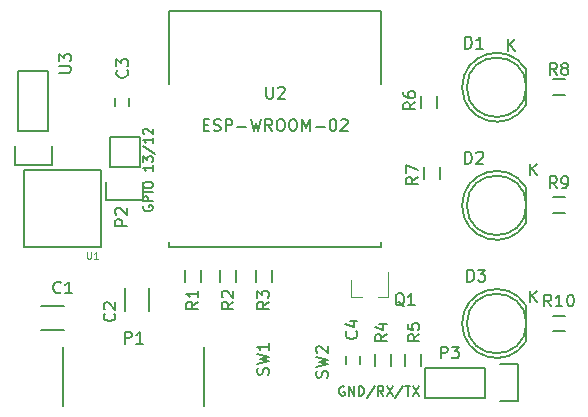
<source format=gto>
G04 #@! TF.FileFunction,Legend,Top*
%FSLAX46Y46*%
G04 Gerber Fmt 4.6, Leading zero omitted, Abs format (unit mm)*
G04 Created by KiCad (PCBNEW 4.0.1-stable) date 2017/01/05 22:21:53*
%MOMM*%
G01*
G04 APERTURE LIST*
%ADD10C,0.100000*%
%ADD11C,0.200000*%
%ADD12C,0.150000*%
%ADD13C,0.152400*%
%ADD14C,0.120000*%
%ADD15C,0.124460*%
G04 APERTURE END LIST*
D10*
D11*
X148928572Y-79178571D02*
X149261906Y-79178571D01*
X149404763Y-79702381D02*
X148928572Y-79702381D01*
X148928572Y-78702381D01*
X149404763Y-78702381D01*
X149785715Y-79654762D02*
X149928572Y-79702381D01*
X150166668Y-79702381D01*
X150261906Y-79654762D01*
X150309525Y-79607143D01*
X150357144Y-79511905D01*
X150357144Y-79416667D01*
X150309525Y-79321429D01*
X150261906Y-79273810D01*
X150166668Y-79226190D01*
X149976191Y-79178571D01*
X149880953Y-79130952D01*
X149833334Y-79083333D01*
X149785715Y-78988095D01*
X149785715Y-78892857D01*
X149833334Y-78797619D01*
X149880953Y-78750000D01*
X149976191Y-78702381D01*
X150214287Y-78702381D01*
X150357144Y-78750000D01*
X150785715Y-79702381D02*
X150785715Y-78702381D01*
X151166668Y-78702381D01*
X151261906Y-78750000D01*
X151309525Y-78797619D01*
X151357144Y-78892857D01*
X151357144Y-79035714D01*
X151309525Y-79130952D01*
X151261906Y-79178571D01*
X151166668Y-79226190D01*
X150785715Y-79226190D01*
X151785715Y-79321429D02*
X152547620Y-79321429D01*
X152928572Y-78702381D02*
X153166667Y-79702381D01*
X153357144Y-78988095D01*
X153547620Y-79702381D01*
X153785715Y-78702381D01*
X154738096Y-79702381D02*
X154404762Y-79226190D01*
X154166667Y-79702381D02*
X154166667Y-78702381D01*
X154547620Y-78702381D01*
X154642858Y-78750000D01*
X154690477Y-78797619D01*
X154738096Y-78892857D01*
X154738096Y-79035714D01*
X154690477Y-79130952D01*
X154642858Y-79178571D01*
X154547620Y-79226190D01*
X154166667Y-79226190D01*
X155357143Y-78702381D02*
X155547620Y-78702381D01*
X155642858Y-78750000D01*
X155738096Y-78845238D01*
X155785715Y-79035714D01*
X155785715Y-79369048D01*
X155738096Y-79559524D01*
X155642858Y-79654762D01*
X155547620Y-79702381D01*
X155357143Y-79702381D01*
X155261905Y-79654762D01*
X155166667Y-79559524D01*
X155119048Y-79369048D01*
X155119048Y-79035714D01*
X155166667Y-78845238D01*
X155261905Y-78750000D01*
X155357143Y-78702381D01*
X156404762Y-78702381D02*
X156595239Y-78702381D01*
X156690477Y-78750000D01*
X156785715Y-78845238D01*
X156833334Y-79035714D01*
X156833334Y-79369048D01*
X156785715Y-79559524D01*
X156690477Y-79654762D01*
X156595239Y-79702381D01*
X156404762Y-79702381D01*
X156309524Y-79654762D01*
X156214286Y-79559524D01*
X156166667Y-79369048D01*
X156166667Y-79035714D01*
X156214286Y-78845238D01*
X156309524Y-78750000D01*
X156404762Y-78702381D01*
X157261905Y-79702381D02*
X157261905Y-78702381D01*
X157595239Y-79416667D01*
X157928572Y-78702381D01*
X157928572Y-79702381D01*
X158404762Y-79321429D02*
X159166667Y-79321429D01*
X159833333Y-78702381D02*
X159928572Y-78702381D01*
X160023810Y-78750000D01*
X160071429Y-78797619D01*
X160119048Y-78892857D01*
X160166667Y-79083333D01*
X160166667Y-79321429D01*
X160119048Y-79511905D01*
X160071429Y-79607143D01*
X160023810Y-79654762D01*
X159928572Y-79702381D01*
X159833333Y-79702381D01*
X159738095Y-79654762D01*
X159690476Y-79607143D01*
X159642857Y-79511905D01*
X159595238Y-79321429D01*
X159595238Y-79083333D01*
X159642857Y-78892857D01*
X159690476Y-78797619D01*
X159738095Y-78750000D01*
X159833333Y-78702381D01*
X160547619Y-78797619D02*
X160595238Y-78750000D01*
X160690476Y-78702381D01*
X160928572Y-78702381D01*
X161023810Y-78750000D01*
X161071429Y-78797619D01*
X161119048Y-78892857D01*
X161119048Y-78988095D01*
X161071429Y-79130952D01*
X160500000Y-79702381D01*
X161119048Y-79702381D01*
D12*
X160835715Y-101350000D02*
X160759524Y-101311905D01*
X160645239Y-101311905D01*
X160530953Y-101350000D01*
X160454762Y-101426190D01*
X160416667Y-101502381D01*
X160378572Y-101654762D01*
X160378572Y-101769048D01*
X160416667Y-101921429D01*
X160454762Y-101997619D01*
X160530953Y-102073810D01*
X160645239Y-102111905D01*
X160721429Y-102111905D01*
X160835715Y-102073810D01*
X160873810Y-102035714D01*
X160873810Y-101769048D01*
X160721429Y-101769048D01*
X161216667Y-102111905D02*
X161216667Y-101311905D01*
X161673810Y-102111905D01*
X161673810Y-101311905D01*
X162054762Y-102111905D02*
X162054762Y-101311905D01*
X162245238Y-101311905D01*
X162359524Y-101350000D01*
X162435715Y-101426190D01*
X162473810Y-101502381D01*
X162511905Y-101654762D01*
X162511905Y-101769048D01*
X162473810Y-101921429D01*
X162435715Y-101997619D01*
X162359524Y-102073810D01*
X162245238Y-102111905D01*
X162054762Y-102111905D01*
X163426191Y-101273810D02*
X162740476Y-102302381D01*
X164150000Y-102111905D02*
X163883333Y-101730952D01*
X163692857Y-102111905D02*
X163692857Y-101311905D01*
X163997619Y-101311905D01*
X164073810Y-101350000D01*
X164111905Y-101388095D01*
X164150000Y-101464286D01*
X164150000Y-101578571D01*
X164111905Y-101654762D01*
X164073810Y-101692857D01*
X163997619Y-101730952D01*
X163692857Y-101730952D01*
X164416667Y-101311905D02*
X164950000Y-102111905D01*
X164950000Y-101311905D02*
X164416667Y-102111905D01*
X165826191Y-101273810D02*
X165140476Y-102302381D01*
X165978571Y-101311905D02*
X166435714Y-101311905D01*
X166207143Y-102111905D02*
X166207143Y-101311905D01*
X166626191Y-101311905D02*
X167159524Y-102111905D01*
X167159524Y-101311905D02*
X166626191Y-102111905D01*
D11*
X143850000Y-86047619D02*
X143811905Y-86123810D01*
X143811905Y-86238095D01*
X143850000Y-86352381D01*
X143926190Y-86428572D01*
X144002381Y-86466667D01*
X144154762Y-86504762D01*
X144269048Y-86504762D01*
X144421429Y-86466667D01*
X144497619Y-86428572D01*
X144573810Y-86352381D01*
X144611905Y-86238095D01*
X144611905Y-86161905D01*
X144573810Y-86047619D01*
X144535714Y-86009524D01*
X144269048Y-86009524D01*
X144269048Y-86161905D01*
X144611905Y-85666667D02*
X143811905Y-85666667D01*
X143811905Y-85361905D01*
X143850000Y-85285714D01*
X143888095Y-85247619D01*
X143964286Y-85209524D01*
X144078571Y-85209524D01*
X144154762Y-85247619D01*
X144192857Y-85285714D01*
X144230952Y-85361905D01*
X144230952Y-85666667D01*
X144611905Y-84866667D02*
X143811905Y-84866667D01*
X143811905Y-84333334D02*
X143811905Y-84180953D01*
X143850000Y-84104762D01*
X143926190Y-84028572D01*
X144078571Y-83990477D01*
X144345238Y-83990477D01*
X144497619Y-84028572D01*
X144573810Y-84104762D01*
X144611905Y-84180953D01*
X144611905Y-84333334D01*
X144573810Y-84409524D01*
X144497619Y-84485715D01*
X144345238Y-84523810D01*
X144078571Y-84523810D01*
X143926190Y-84485715D01*
X143850000Y-84409524D01*
X143811905Y-84333334D01*
X144611905Y-82619048D02*
X144611905Y-83076191D01*
X144611905Y-82847620D02*
X143811905Y-82847620D01*
X143926190Y-82923810D01*
X144002381Y-83000001D01*
X144040476Y-83076191D01*
X143811905Y-82352381D02*
X143811905Y-81857143D01*
X144116667Y-82123810D01*
X144116667Y-82009524D01*
X144154762Y-81933334D01*
X144192857Y-81895238D01*
X144269048Y-81857143D01*
X144459524Y-81857143D01*
X144535714Y-81895238D01*
X144573810Y-81933334D01*
X144611905Y-82009524D01*
X144611905Y-82238096D01*
X144573810Y-82314286D01*
X144535714Y-82352381D01*
X143773810Y-80942857D02*
X144802381Y-81628572D01*
X144611905Y-80257143D02*
X144611905Y-80714286D01*
X144611905Y-80485715D02*
X143811905Y-80485715D01*
X143926190Y-80561905D01*
X144002381Y-80638096D01*
X144040476Y-80714286D01*
X143888095Y-79952381D02*
X143850000Y-79914286D01*
X143811905Y-79838095D01*
X143811905Y-79647619D01*
X143850000Y-79571429D01*
X143888095Y-79533333D01*
X143964286Y-79495238D01*
X144040476Y-79495238D01*
X144154762Y-79533333D01*
X144611905Y-79990476D01*
X144611905Y-79495238D01*
D13*
X146000000Y-69515000D02*
X146000000Y-75700000D01*
X163983200Y-89100000D02*
X163983200Y-89479400D01*
X146000000Y-89100000D02*
X146000000Y-89479400D01*
X163983200Y-69515000D02*
X163983200Y-75700000D01*
X146000000Y-89517500D02*
X163983200Y-89517500D01*
X163970500Y-69515000D02*
X146000000Y-69515000D01*
D12*
X176214888Y-94475096D02*
G75*
G03X176230000Y-97500000I-2484888J-1524904D01*
G01*
X176230000Y-94500000D02*
X176230000Y-97500000D01*
X176247936Y-96000000D02*
G75*
G03X176247936Y-96000000I-2517936J0D01*
G01*
X176214888Y-74475096D02*
G75*
G03X176230000Y-77500000I-2484888J-1524904D01*
G01*
X176230000Y-74500000D02*
X176230000Y-77500000D01*
X176247936Y-76000000D02*
G75*
G03X176247936Y-76000000I-2517936J0D01*
G01*
X137144000Y-94479000D02*
X135144000Y-94479000D01*
X135144000Y-96529000D02*
X137144000Y-96529000D01*
X144281000Y-94980000D02*
X144281000Y-92980000D01*
X142231000Y-92980000D02*
X142231000Y-94980000D01*
X142600000Y-76900000D02*
X142600000Y-77600000D01*
X141400000Y-77600000D02*
X141400000Y-76900000D01*
X162144000Y-98726000D02*
X162144000Y-99426000D01*
X160944000Y-99426000D02*
X160944000Y-98726000D01*
X176214888Y-84475096D02*
G75*
G03X176230000Y-87500000I-2484888J-1524904D01*
G01*
X176230000Y-84500000D02*
X176230000Y-87500000D01*
X176247936Y-86000000D02*
G75*
G03X176247936Y-86000000I-2517936J0D01*
G01*
D14*
X161420000Y-93760000D02*
X162350000Y-93760000D01*
X164580000Y-93760000D02*
X163650000Y-93760000D01*
X164580000Y-93760000D02*
X164580000Y-91600000D01*
X161420000Y-93760000D02*
X161420000Y-92300000D01*
D12*
X148675000Y-91500000D02*
X148675000Y-92500000D01*
X147325000Y-92500000D02*
X147325000Y-91500000D01*
X151675000Y-91500000D02*
X151675000Y-92500000D01*
X150325000Y-92500000D02*
X150325000Y-91500000D01*
X153325000Y-92500000D02*
X153325000Y-91500000D01*
X154675000Y-91500000D02*
X154675000Y-92500000D01*
X164759000Y-98576000D02*
X164759000Y-99576000D01*
X163409000Y-99576000D02*
X163409000Y-98576000D01*
X165949000Y-99576000D02*
X165949000Y-98576000D01*
X167299000Y-98576000D02*
X167299000Y-99576000D01*
X167325000Y-77750000D02*
X167325000Y-76750000D01*
X168675000Y-76750000D02*
X168675000Y-77750000D01*
X167575000Y-83750000D02*
X167575000Y-82750000D01*
X168925000Y-82750000D02*
X168925000Y-83750000D01*
X179500000Y-76675000D02*
X178500000Y-76675000D01*
X178500000Y-75325000D02*
X179500000Y-75325000D01*
X179500000Y-86675000D02*
X178500000Y-86675000D01*
X178500000Y-85325000D02*
X179500000Y-85325000D01*
X179500000Y-96675000D02*
X178500000Y-96675000D01*
X178500000Y-95325000D02*
X179500000Y-95325000D01*
X137000000Y-98000000D02*
X137000000Y-103000000D01*
X149000000Y-98000000D02*
X149000000Y-103000000D01*
X140250000Y-83000000D02*
X133750000Y-83000000D01*
X133750000Y-83000000D02*
X133750000Y-89500000D01*
X133750000Y-89500000D02*
X140250000Y-89500000D01*
X140250000Y-89500000D02*
X140250000Y-83000000D01*
X174000000Y-102550000D02*
X175550000Y-102550000D01*
X175550000Y-102550000D02*
X175550000Y-99450000D01*
X175550000Y-99450000D02*
X174000000Y-99450000D01*
X172730000Y-102270000D02*
X167650000Y-102270000D01*
X167650000Y-102270000D02*
X167650000Y-99730000D01*
X167650000Y-99730000D02*
X172730000Y-99730000D01*
X172730000Y-99730000D02*
X172730000Y-102270000D01*
X143800000Y-85550000D02*
X143800000Y-84000000D01*
X143520000Y-80190000D02*
X143520000Y-82730000D01*
X143520000Y-82730000D02*
X140980000Y-82730000D01*
X140700000Y-84000000D02*
X140700000Y-85550000D01*
X140700000Y-85550000D02*
X143800000Y-85550000D01*
X140980000Y-82730000D02*
X140980000Y-80190000D01*
X140980000Y-80190000D02*
X143520000Y-80190000D01*
X132950000Y-81000000D02*
X132950000Y-82550000D01*
X132950000Y-82550000D02*
X136050000Y-82550000D01*
X136050000Y-82550000D02*
X136050000Y-81000000D01*
X133230000Y-79730000D02*
X133230000Y-74650000D01*
X133230000Y-74650000D02*
X135770000Y-74650000D01*
X135770000Y-74650000D02*
X135770000Y-79730000D01*
X135770000Y-79730000D02*
X133230000Y-79730000D01*
X154404762Y-100333333D02*
X154452381Y-100190476D01*
X154452381Y-99952380D01*
X154404762Y-99857142D01*
X154357143Y-99809523D01*
X154261905Y-99761904D01*
X154166667Y-99761904D01*
X154071429Y-99809523D01*
X154023810Y-99857142D01*
X153976190Y-99952380D01*
X153928571Y-100142857D01*
X153880952Y-100238095D01*
X153833333Y-100285714D01*
X153738095Y-100333333D01*
X153642857Y-100333333D01*
X153547619Y-100285714D01*
X153500000Y-100238095D01*
X153452381Y-100142857D01*
X153452381Y-99904761D01*
X153500000Y-99761904D01*
X153452381Y-99428571D02*
X154452381Y-99190476D01*
X153738095Y-98999999D01*
X154452381Y-98809523D01*
X153452381Y-98571428D01*
X154452381Y-97666666D02*
X154452381Y-98238095D01*
X154452381Y-97952381D02*
X153452381Y-97952381D01*
X153595238Y-98047619D01*
X153690476Y-98142857D01*
X153738095Y-98238095D01*
X154238095Y-75952381D02*
X154238095Y-76761905D01*
X154285714Y-76857143D01*
X154333333Y-76904762D01*
X154428571Y-76952381D01*
X154619048Y-76952381D01*
X154714286Y-76904762D01*
X154761905Y-76857143D01*
X154809524Y-76761905D01*
X154809524Y-75952381D01*
X155238095Y-76047619D02*
X155285714Y-76000000D01*
X155380952Y-75952381D01*
X155619048Y-75952381D01*
X155714286Y-76000000D01*
X155761905Y-76047619D01*
X155809524Y-76142857D01*
X155809524Y-76238095D01*
X155761905Y-76380952D01*
X155190476Y-76952381D01*
X155809524Y-76952381D01*
X171261905Y-92452381D02*
X171261905Y-91452381D01*
X171500000Y-91452381D01*
X171642858Y-91500000D01*
X171738096Y-91595238D01*
X171785715Y-91690476D01*
X171833334Y-91880952D01*
X171833334Y-92023810D01*
X171785715Y-92214286D01*
X171738096Y-92309524D01*
X171642858Y-92404762D01*
X171500000Y-92452381D01*
X171261905Y-92452381D01*
X172166667Y-91452381D02*
X172785715Y-91452381D01*
X172452381Y-91833333D01*
X172595239Y-91833333D01*
X172690477Y-91880952D01*
X172738096Y-91928571D01*
X172785715Y-92023810D01*
X172785715Y-92261905D01*
X172738096Y-92357143D01*
X172690477Y-92404762D01*
X172595239Y-92452381D01*
X172309524Y-92452381D01*
X172214286Y-92404762D01*
X172166667Y-92357143D01*
X176546095Y-94210381D02*
X176546095Y-93210381D01*
X177117524Y-94210381D02*
X176688952Y-93638952D01*
X177117524Y-93210381D02*
X176546095Y-93781810D01*
X159404762Y-100583333D02*
X159452381Y-100440476D01*
X159452381Y-100202380D01*
X159404762Y-100107142D01*
X159357143Y-100059523D01*
X159261905Y-100011904D01*
X159166667Y-100011904D01*
X159071429Y-100059523D01*
X159023810Y-100107142D01*
X158976190Y-100202380D01*
X158928571Y-100392857D01*
X158880952Y-100488095D01*
X158833333Y-100535714D01*
X158738095Y-100583333D01*
X158642857Y-100583333D01*
X158547619Y-100535714D01*
X158500000Y-100488095D01*
X158452381Y-100392857D01*
X158452381Y-100154761D01*
X158500000Y-100011904D01*
X158452381Y-99678571D02*
X159452381Y-99440476D01*
X158738095Y-99249999D01*
X159452381Y-99059523D01*
X158452381Y-98821428D01*
X158547619Y-98488095D02*
X158500000Y-98440476D01*
X158452381Y-98345238D01*
X158452381Y-98107142D01*
X158500000Y-98011904D01*
X158547619Y-97964285D01*
X158642857Y-97916666D01*
X158738095Y-97916666D01*
X158880952Y-97964285D01*
X159452381Y-98535714D01*
X159452381Y-97916666D01*
X171069905Y-72720381D02*
X171069905Y-71720381D01*
X171308000Y-71720381D01*
X171450858Y-71768000D01*
X171546096Y-71863238D01*
X171593715Y-71958476D01*
X171641334Y-72148952D01*
X171641334Y-72291810D01*
X171593715Y-72482286D01*
X171546096Y-72577524D01*
X171450858Y-72672762D01*
X171308000Y-72720381D01*
X171069905Y-72720381D01*
X172593715Y-72720381D02*
X172022286Y-72720381D01*
X172308000Y-72720381D02*
X172308000Y-71720381D01*
X172212762Y-71863238D01*
X172117524Y-71958476D01*
X172022286Y-72006095D01*
X174738095Y-72952381D02*
X174738095Y-71952381D01*
X175309524Y-72952381D02*
X174880952Y-72380952D01*
X175309524Y-71952381D02*
X174738095Y-72523810D01*
X136833334Y-93357143D02*
X136785715Y-93404762D01*
X136642858Y-93452381D01*
X136547620Y-93452381D01*
X136404762Y-93404762D01*
X136309524Y-93309524D01*
X136261905Y-93214286D01*
X136214286Y-93023810D01*
X136214286Y-92880952D01*
X136261905Y-92690476D01*
X136309524Y-92595238D01*
X136404762Y-92500000D01*
X136547620Y-92452381D01*
X136642858Y-92452381D01*
X136785715Y-92500000D01*
X136833334Y-92547619D01*
X137785715Y-93452381D02*
X137214286Y-93452381D01*
X137500000Y-93452381D02*
X137500000Y-92452381D01*
X137404762Y-92595238D01*
X137309524Y-92690476D01*
X137214286Y-92738095D01*
X141357143Y-95166666D02*
X141404762Y-95214285D01*
X141452381Y-95357142D01*
X141452381Y-95452380D01*
X141404762Y-95595238D01*
X141309524Y-95690476D01*
X141214286Y-95738095D01*
X141023810Y-95785714D01*
X140880952Y-95785714D01*
X140690476Y-95738095D01*
X140595238Y-95690476D01*
X140500000Y-95595238D01*
X140452381Y-95452380D01*
X140452381Y-95357142D01*
X140500000Y-95214285D01*
X140547619Y-95166666D01*
X140547619Y-94785714D02*
X140500000Y-94738095D01*
X140452381Y-94642857D01*
X140452381Y-94404761D01*
X140500000Y-94309523D01*
X140547619Y-94261904D01*
X140642857Y-94214285D01*
X140738095Y-94214285D01*
X140880952Y-94261904D01*
X141452381Y-94833333D01*
X141452381Y-94214285D01*
X142444743Y-74559266D02*
X142492362Y-74606885D01*
X142539981Y-74749742D01*
X142539981Y-74844980D01*
X142492362Y-74987838D01*
X142397124Y-75083076D01*
X142301886Y-75130695D01*
X142111410Y-75178314D01*
X141968552Y-75178314D01*
X141778076Y-75130695D01*
X141682838Y-75083076D01*
X141587600Y-74987838D01*
X141539981Y-74844980D01*
X141539981Y-74749742D01*
X141587600Y-74606885D01*
X141635219Y-74559266D01*
X141539981Y-74225933D02*
X141539981Y-73606885D01*
X141920933Y-73940219D01*
X141920933Y-73797361D01*
X141968552Y-73702123D01*
X142016171Y-73654504D01*
X142111410Y-73606885D01*
X142349505Y-73606885D01*
X142444743Y-73654504D01*
X142492362Y-73702123D01*
X142539981Y-73797361D01*
X142539981Y-74083076D01*
X142492362Y-74178314D01*
X142444743Y-74225933D01*
X161857143Y-96666666D02*
X161904762Y-96714285D01*
X161952381Y-96857142D01*
X161952381Y-96952380D01*
X161904762Y-97095238D01*
X161809524Y-97190476D01*
X161714286Y-97238095D01*
X161523810Y-97285714D01*
X161380952Y-97285714D01*
X161190476Y-97238095D01*
X161095238Y-97190476D01*
X161000000Y-97095238D01*
X160952381Y-96952380D01*
X160952381Y-96857142D01*
X161000000Y-96714285D01*
X161047619Y-96666666D01*
X161285714Y-95809523D02*
X161952381Y-95809523D01*
X160904762Y-96047619D02*
X161619048Y-96285714D01*
X161619048Y-95666666D01*
X171069905Y-82464381D02*
X171069905Y-81464381D01*
X171308000Y-81464381D01*
X171450858Y-81512000D01*
X171546096Y-81607238D01*
X171593715Y-81702476D01*
X171641334Y-81892952D01*
X171641334Y-82035810D01*
X171593715Y-82226286D01*
X171546096Y-82321524D01*
X171450858Y-82416762D01*
X171308000Y-82464381D01*
X171069905Y-82464381D01*
X172022286Y-81559619D02*
X172069905Y-81512000D01*
X172165143Y-81464381D01*
X172403239Y-81464381D01*
X172498477Y-81512000D01*
X172546096Y-81559619D01*
X172593715Y-81654857D01*
X172593715Y-81750095D01*
X172546096Y-81892952D01*
X171974667Y-82464381D01*
X172593715Y-82464381D01*
X176546095Y-83464381D02*
X176546095Y-82464381D01*
X177117524Y-83464381D02*
X176688952Y-82892952D01*
X177117524Y-82464381D02*
X176546095Y-83035810D01*
X165904762Y-94547619D02*
X165809524Y-94500000D01*
X165714286Y-94404762D01*
X165571429Y-94261905D01*
X165476190Y-94214286D01*
X165380952Y-94214286D01*
X165428571Y-94452381D02*
X165333333Y-94404762D01*
X165238095Y-94309524D01*
X165190476Y-94119048D01*
X165190476Y-93785714D01*
X165238095Y-93595238D01*
X165333333Y-93500000D01*
X165428571Y-93452381D01*
X165619048Y-93452381D01*
X165714286Y-93500000D01*
X165809524Y-93595238D01*
X165857143Y-93785714D01*
X165857143Y-94119048D01*
X165809524Y-94309524D01*
X165714286Y-94404762D01*
X165619048Y-94452381D01*
X165428571Y-94452381D01*
X166809524Y-94452381D02*
X166238095Y-94452381D01*
X166523809Y-94452381D02*
X166523809Y-93452381D01*
X166428571Y-93595238D01*
X166333333Y-93690476D01*
X166238095Y-93738095D01*
X148452381Y-94166666D02*
X147976190Y-94500000D01*
X148452381Y-94738095D02*
X147452381Y-94738095D01*
X147452381Y-94357142D01*
X147500000Y-94261904D01*
X147547619Y-94214285D01*
X147642857Y-94166666D01*
X147785714Y-94166666D01*
X147880952Y-94214285D01*
X147928571Y-94261904D01*
X147976190Y-94357142D01*
X147976190Y-94738095D01*
X148452381Y-93214285D02*
X148452381Y-93785714D01*
X148452381Y-93500000D02*
X147452381Y-93500000D01*
X147595238Y-93595238D01*
X147690476Y-93690476D01*
X147738095Y-93785714D01*
X151452381Y-94166666D02*
X150976190Y-94500000D01*
X151452381Y-94738095D02*
X150452381Y-94738095D01*
X150452381Y-94357142D01*
X150500000Y-94261904D01*
X150547619Y-94214285D01*
X150642857Y-94166666D01*
X150785714Y-94166666D01*
X150880952Y-94214285D01*
X150928571Y-94261904D01*
X150976190Y-94357142D01*
X150976190Y-94738095D01*
X150547619Y-93785714D02*
X150500000Y-93738095D01*
X150452381Y-93642857D01*
X150452381Y-93404761D01*
X150500000Y-93309523D01*
X150547619Y-93261904D01*
X150642857Y-93214285D01*
X150738095Y-93214285D01*
X150880952Y-93261904D01*
X151452381Y-93833333D01*
X151452381Y-93214285D01*
X154452381Y-94166666D02*
X153976190Y-94500000D01*
X154452381Y-94738095D02*
X153452381Y-94738095D01*
X153452381Y-94357142D01*
X153500000Y-94261904D01*
X153547619Y-94214285D01*
X153642857Y-94166666D01*
X153785714Y-94166666D01*
X153880952Y-94214285D01*
X153928571Y-94261904D01*
X153976190Y-94357142D01*
X153976190Y-94738095D01*
X153452381Y-93833333D02*
X153452381Y-93214285D01*
X153833333Y-93547619D01*
X153833333Y-93404761D01*
X153880952Y-93309523D01*
X153928571Y-93261904D01*
X154023810Y-93214285D01*
X154261905Y-93214285D01*
X154357143Y-93261904D01*
X154404762Y-93309523D01*
X154452381Y-93404761D01*
X154452381Y-93690476D01*
X154404762Y-93785714D01*
X154357143Y-93833333D01*
X164452381Y-96916666D02*
X163976190Y-97250000D01*
X164452381Y-97488095D02*
X163452381Y-97488095D01*
X163452381Y-97107142D01*
X163500000Y-97011904D01*
X163547619Y-96964285D01*
X163642857Y-96916666D01*
X163785714Y-96916666D01*
X163880952Y-96964285D01*
X163928571Y-97011904D01*
X163976190Y-97107142D01*
X163976190Y-97488095D01*
X163785714Y-96059523D02*
X164452381Y-96059523D01*
X163404762Y-96297619D02*
X164119048Y-96535714D01*
X164119048Y-95916666D01*
X167202381Y-96916666D02*
X166726190Y-97250000D01*
X167202381Y-97488095D02*
X166202381Y-97488095D01*
X166202381Y-97107142D01*
X166250000Y-97011904D01*
X166297619Y-96964285D01*
X166392857Y-96916666D01*
X166535714Y-96916666D01*
X166630952Y-96964285D01*
X166678571Y-97011904D01*
X166726190Y-97107142D01*
X166726190Y-97488095D01*
X166202381Y-96011904D02*
X166202381Y-96488095D01*
X166678571Y-96535714D01*
X166630952Y-96488095D01*
X166583333Y-96392857D01*
X166583333Y-96154761D01*
X166630952Y-96059523D01*
X166678571Y-96011904D01*
X166773810Y-95964285D01*
X167011905Y-95964285D01*
X167107143Y-96011904D01*
X167154762Y-96059523D01*
X167202381Y-96154761D01*
X167202381Y-96392857D01*
X167154762Y-96488095D01*
X167107143Y-96535714D01*
X166847781Y-77277066D02*
X166371590Y-77610400D01*
X166847781Y-77848495D02*
X165847781Y-77848495D01*
X165847781Y-77467542D01*
X165895400Y-77372304D01*
X165943019Y-77324685D01*
X166038257Y-77277066D01*
X166181114Y-77277066D01*
X166276352Y-77324685D01*
X166323971Y-77372304D01*
X166371590Y-77467542D01*
X166371590Y-77848495D01*
X165847781Y-76419923D02*
X165847781Y-76610400D01*
X165895400Y-76705638D01*
X165943019Y-76753257D01*
X166085876Y-76848495D01*
X166276352Y-76896114D01*
X166657305Y-76896114D01*
X166752543Y-76848495D01*
X166800162Y-76800876D01*
X166847781Y-76705638D01*
X166847781Y-76515161D01*
X166800162Y-76419923D01*
X166752543Y-76372304D01*
X166657305Y-76324685D01*
X166419210Y-76324685D01*
X166323971Y-76372304D01*
X166276352Y-76419923D01*
X166228733Y-76515161D01*
X166228733Y-76705638D01*
X166276352Y-76800876D01*
X166323971Y-76848495D01*
X166419210Y-76896114D01*
X167054381Y-83612666D02*
X166578190Y-83946000D01*
X167054381Y-84184095D02*
X166054381Y-84184095D01*
X166054381Y-83803142D01*
X166102000Y-83707904D01*
X166149619Y-83660285D01*
X166244857Y-83612666D01*
X166387714Y-83612666D01*
X166482952Y-83660285D01*
X166530571Y-83707904D01*
X166578190Y-83803142D01*
X166578190Y-84184095D01*
X166054381Y-83279333D02*
X166054381Y-82612666D01*
X167054381Y-83041238D01*
X178833334Y-74952381D02*
X178500000Y-74476190D01*
X178261905Y-74952381D02*
X178261905Y-73952381D01*
X178642858Y-73952381D01*
X178738096Y-74000000D01*
X178785715Y-74047619D01*
X178833334Y-74142857D01*
X178833334Y-74285714D01*
X178785715Y-74380952D01*
X178738096Y-74428571D01*
X178642858Y-74476190D01*
X178261905Y-74476190D01*
X179404762Y-74380952D02*
X179309524Y-74333333D01*
X179261905Y-74285714D01*
X179214286Y-74190476D01*
X179214286Y-74142857D01*
X179261905Y-74047619D01*
X179309524Y-74000000D01*
X179404762Y-73952381D01*
X179595239Y-73952381D01*
X179690477Y-74000000D01*
X179738096Y-74047619D01*
X179785715Y-74142857D01*
X179785715Y-74190476D01*
X179738096Y-74285714D01*
X179690477Y-74333333D01*
X179595239Y-74380952D01*
X179404762Y-74380952D01*
X179309524Y-74428571D01*
X179261905Y-74476190D01*
X179214286Y-74571429D01*
X179214286Y-74761905D01*
X179261905Y-74857143D01*
X179309524Y-74904762D01*
X179404762Y-74952381D01*
X179595239Y-74952381D01*
X179690477Y-74904762D01*
X179738096Y-74857143D01*
X179785715Y-74761905D01*
X179785715Y-74571429D01*
X179738096Y-74476190D01*
X179690477Y-74428571D01*
X179595239Y-74380952D01*
X178833334Y-84552381D02*
X178500000Y-84076190D01*
X178261905Y-84552381D02*
X178261905Y-83552381D01*
X178642858Y-83552381D01*
X178738096Y-83600000D01*
X178785715Y-83647619D01*
X178833334Y-83742857D01*
X178833334Y-83885714D01*
X178785715Y-83980952D01*
X178738096Y-84028571D01*
X178642858Y-84076190D01*
X178261905Y-84076190D01*
X179309524Y-84552381D02*
X179500000Y-84552381D01*
X179595239Y-84504762D01*
X179642858Y-84457143D01*
X179738096Y-84314286D01*
X179785715Y-84123810D01*
X179785715Y-83742857D01*
X179738096Y-83647619D01*
X179690477Y-83600000D01*
X179595239Y-83552381D01*
X179404762Y-83552381D01*
X179309524Y-83600000D01*
X179261905Y-83647619D01*
X179214286Y-83742857D01*
X179214286Y-83980952D01*
X179261905Y-84076190D01*
X179309524Y-84123810D01*
X179404762Y-84171429D01*
X179595239Y-84171429D01*
X179690477Y-84123810D01*
X179738096Y-84076190D01*
X179785715Y-83980952D01*
X178357143Y-94552381D02*
X178023809Y-94076190D01*
X177785714Y-94552381D02*
X177785714Y-93552381D01*
X178166667Y-93552381D01*
X178261905Y-93600000D01*
X178309524Y-93647619D01*
X178357143Y-93742857D01*
X178357143Y-93885714D01*
X178309524Y-93980952D01*
X178261905Y-94028571D01*
X178166667Y-94076190D01*
X177785714Y-94076190D01*
X179309524Y-94552381D02*
X178738095Y-94552381D01*
X179023809Y-94552381D02*
X179023809Y-93552381D01*
X178928571Y-93695238D01*
X178833333Y-93790476D01*
X178738095Y-93838095D01*
X179928571Y-93552381D02*
X180023810Y-93552381D01*
X180119048Y-93600000D01*
X180166667Y-93647619D01*
X180214286Y-93742857D01*
X180261905Y-93933333D01*
X180261905Y-94171429D01*
X180214286Y-94361905D01*
X180166667Y-94457143D01*
X180119048Y-94504762D01*
X180023810Y-94552381D01*
X179928571Y-94552381D01*
X179833333Y-94504762D01*
X179785714Y-94457143D01*
X179738095Y-94361905D01*
X179690476Y-94171429D01*
X179690476Y-93933333D01*
X179738095Y-93742857D01*
X179785714Y-93647619D01*
X179833333Y-93600000D01*
X179928571Y-93552381D01*
X142261905Y-97702381D02*
X142261905Y-96702381D01*
X142642858Y-96702381D01*
X142738096Y-96750000D01*
X142785715Y-96797619D01*
X142833334Y-96892857D01*
X142833334Y-97035714D01*
X142785715Y-97130952D01*
X142738096Y-97178571D01*
X142642858Y-97226190D01*
X142261905Y-97226190D01*
X143785715Y-97702381D02*
X143214286Y-97702381D01*
X143500000Y-97702381D02*
X143500000Y-96702381D01*
X143404762Y-96845238D01*
X143309524Y-96940476D01*
X143214286Y-96988095D01*
D15*
X139043284Y-89921735D02*
X139043284Y-90406996D01*
X139071829Y-90464086D01*
X139100373Y-90492630D01*
X139157463Y-90521175D01*
X139271642Y-90521175D01*
X139328731Y-90492630D01*
X139357276Y-90464086D01*
X139385821Y-90406996D01*
X139385821Y-89921735D01*
X139985261Y-90521175D02*
X139642724Y-90521175D01*
X139813993Y-90521175D02*
X139813993Y-89921735D01*
X139756903Y-90007370D01*
X139699814Y-90064459D01*
X139642724Y-90093004D01*
D12*
X169011905Y-98952381D02*
X169011905Y-97952381D01*
X169392858Y-97952381D01*
X169488096Y-98000000D01*
X169535715Y-98047619D01*
X169583334Y-98142857D01*
X169583334Y-98285714D01*
X169535715Y-98380952D01*
X169488096Y-98428571D01*
X169392858Y-98476190D01*
X169011905Y-98476190D01*
X169916667Y-97952381D02*
X170535715Y-97952381D01*
X170202381Y-98333333D01*
X170345239Y-98333333D01*
X170440477Y-98380952D01*
X170488096Y-98428571D01*
X170535715Y-98523810D01*
X170535715Y-98761905D01*
X170488096Y-98857143D01*
X170440477Y-98904762D01*
X170345239Y-98952381D01*
X170059524Y-98952381D01*
X169964286Y-98904762D01*
X169916667Y-98857143D01*
X142452381Y-87738095D02*
X141452381Y-87738095D01*
X141452381Y-87357142D01*
X141500000Y-87261904D01*
X141547619Y-87214285D01*
X141642857Y-87166666D01*
X141785714Y-87166666D01*
X141880952Y-87214285D01*
X141928571Y-87261904D01*
X141976190Y-87357142D01*
X141976190Y-87738095D01*
X141547619Y-86785714D02*
X141500000Y-86738095D01*
X141452381Y-86642857D01*
X141452381Y-86404761D01*
X141500000Y-86309523D01*
X141547619Y-86261904D01*
X141642857Y-86214285D01*
X141738095Y-86214285D01*
X141880952Y-86261904D01*
X142452381Y-86833333D01*
X142452381Y-86214285D01*
X136702381Y-74761905D02*
X137511905Y-74761905D01*
X137607143Y-74714286D01*
X137654762Y-74666667D01*
X137702381Y-74571429D01*
X137702381Y-74380952D01*
X137654762Y-74285714D01*
X137607143Y-74238095D01*
X137511905Y-74190476D01*
X136702381Y-74190476D01*
X136702381Y-73809524D02*
X136702381Y-73190476D01*
X137083333Y-73523810D01*
X137083333Y-73380952D01*
X137130952Y-73285714D01*
X137178571Y-73238095D01*
X137273810Y-73190476D01*
X137511905Y-73190476D01*
X137607143Y-73238095D01*
X137654762Y-73285714D01*
X137702381Y-73380952D01*
X137702381Y-73666667D01*
X137654762Y-73761905D01*
X137607143Y-73809524D01*
M02*

</source>
